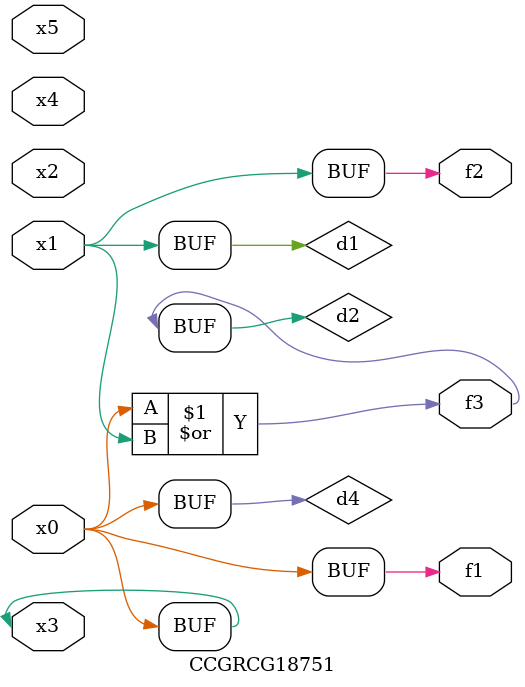
<source format=v>
module CCGRCG18751(
	input x0, x1, x2, x3, x4, x5,
	output f1, f2, f3
);

	wire d1, d2, d3, d4;

	and (d1, x1);
	or (d2, x0, x1);
	nand (d3, x0, x5);
	buf (d4, x0, x3);
	assign f1 = d4;
	assign f2 = d1;
	assign f3 = d2;
endmodule

</source>
